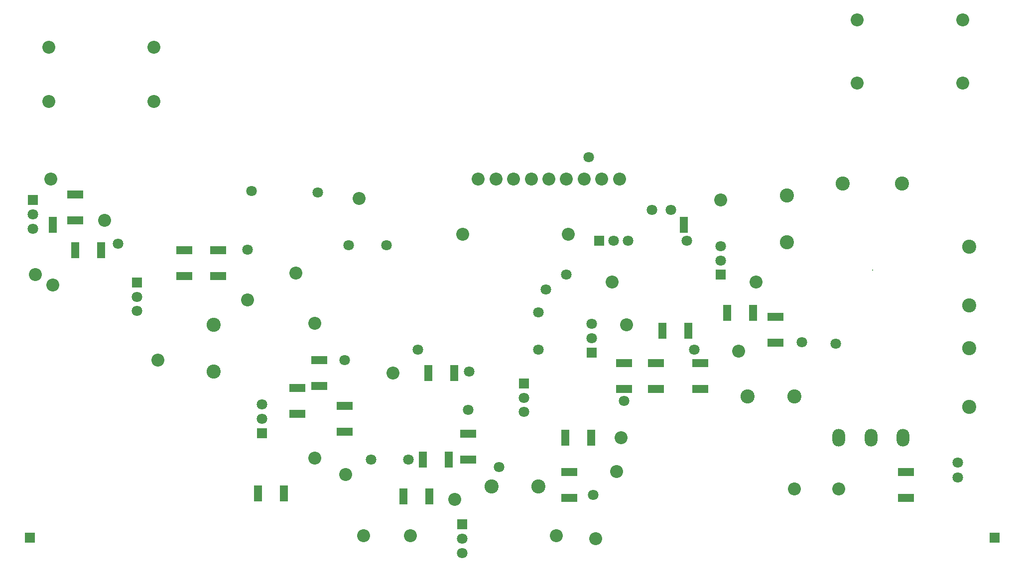
<source format=gts>
%FSTAX23Y23*%
%MOMM*%
%SFA1B1*%

%IPPOS*%
%ADD23R,1.403197X2.803194*%
%ADD24R,2.803194X1.403197*%
%ADD25C,2.203196*%
%ADD26R,1.803196X1.803196*%
%ADD27C,0.203200*%
%ADD28C,2.403195*%
%ADD29C,1.803196*%
%ADD30R,1.803196X1.803196*%
%ADD31O,2.203196X3.003194*%
%LNpcbbyb2aver3-1*%
%LPD*%
G54D23*
X118699Y60749D03*
X1143D03*
X130449Y45749D03*
X126049D03*
X98549Y24499D03*
X102949D03*
X78699Y20749D03*
X74299D03*
X119449Y42749D03*
X115049D03*
X15249Y56449D03*
X19649D03*
X46299Y14999D03*
X50699D03*
X75449Y14499D03*
X71049D03*
X79699Y35499D03*
X75299D03*
G54D24*
X121499Y32799D03*
Y37199D03*
X156499Y18699D03*
Y14299D03*
X113999Y32799D03*
Y37199D03*
X99249Y14299D03*
Y18699D03*
X81999Y25199D03*
Y20799D03*
X39499Y56449D03*
Y52049D03*
X56749Y37699D03*
Y33299D03*
X134249Y4508D03*
Y4068D03*
X15249Y65949D03*
Y61549D03*
X108499Y37199D03*
Y32799D03*
X33749Y52049D03*
Y56449D03*
X52999Y32949D03*
Y28549D03*
X60999Y29949D03*
Y25549D03*
G54D25*
X81143Y59122D03*
X9905D03*
X11463Y50499D03*
X106499Y50999D03*
X127999Y39249D03*
X28656Y81749D03*
X10749D03*
X107249Y18749D03*
X103749Y07309D03*
X69249Y35499D03*
X55999Y43999D03*
X96999Y07809D03*
X44499Y47999D03*
X55999Y21006D03*
X108999Y43749D03*
X145039Y15749D03*
X72249Y07809D03*
X130999Y50999D03*
X20249Y61549D03*
X137499Y15749D03*
X64249Y07809D03*
X107999Y24499D03*
X79749Y13999D03*
X124999Y64999D03*
X29249Y37749D03*
X08499Y52249D03*
X10749Y90999D03*
X28656D03*
X166105Y95626D03*
X148198D03*
X83749Y68499D03*
X86749D03*
X92749D03*
X89749D03*
X101749D03*
X104749D03*
X98749D03*
X95749D03*
X107749D03*
X1108D03*
X166105Y84876D03*
X148198D03*
X635Y65249D03*
X52749Y52499D03*
X61249Y18249D03*
G54D26*
X171499Y07499D03*
X07499D03*
X104309Y57999D03*
G54D27*
X150749Y52999D03*
G54D28*
X137499Y31499D03*
X129499D03*
X93999Y16249D03*
X85999D03*
X167249Y29749D03*
Y39749D03*
X38749Y43749D03*
Y35749D03*
X167249Y46999D03*
Y56999D03*
X136249Y57749D03*
Y65749D03*
X155749Y67749D03*
X145749D03*
G54D29*
X80999Y04869D03*
Y07309D03*
X124999Y57129D03*
Y54689D03*
X106749Y57999D03*
X109189D03*
X102999Y43879D03*
Y41439D03*
X91499Y31309D03*
Y28869D03*
X46999Y27749D03*
Y30189D03*
X25749Y46059D03*
Y48499D03*
X07999Y62499D03*
Y60059D03*
X93999Y39499D03*
Y45879D03*
X165249Y20289D03*
Y17749D03*
X65499Y20749D03*
X71879D03*
X68129Y57249D03*
X61749D03*
X56499Y66249D03*
X45249Y66499D03*
X102499Y72249D03*
X116499Y63249D03*
X144499Y40499D03*
X138749Y40749D03*
X113249Y63249D03*
X119249Y57999D03*
X120499Y39499D03*
X98749Y52249D03*
X103249Y14749D03*
X87249Y19499D03*
X9525Y49749D03*
X73499Y39499D03*
X82249Y35749D03*
X81999Y29249D03*
X60999Y37749D03*
X108499Y30749D03*
X44499Y56499D03*
X22499Y57499D03*
G54D30*
X80999Y09749D03*
X124999Y52249D03*
X102999Y38999D03*
X91499Y33749D03*
X46999Y25309D03*
X25749Y50939D03*
X07999Y64939D03*
G54D31*
X155959Y24499D03*
X150499D03*
X145039D03*
M02*
</source>
